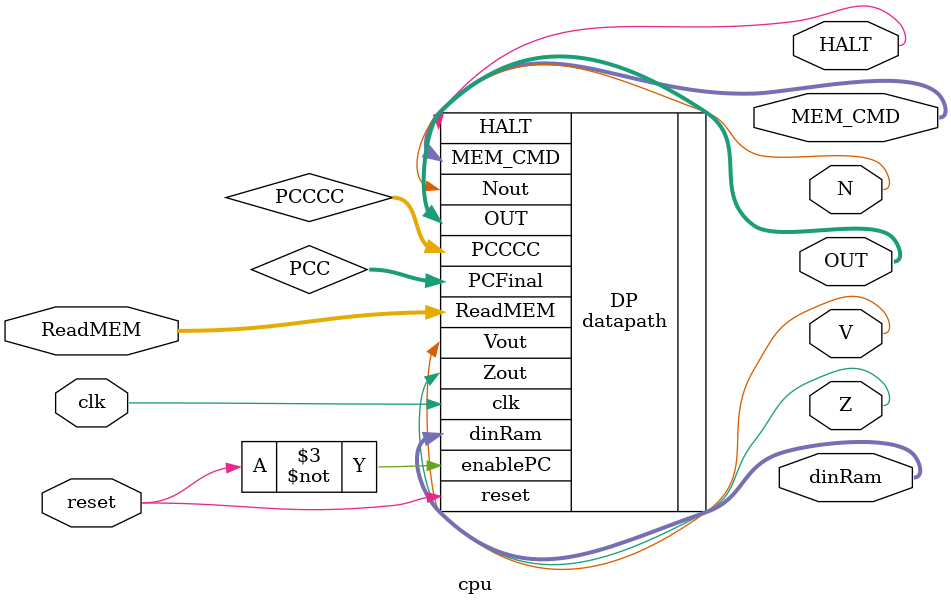
<source format=sv>
module cpu(clk, reset, OUT, N, V, Z, HALT, MEM_CMD, dinRam, ReadMEM);
    input clk, reset;
    input [15:0] ReadMEM; 
    output wire HALT;
    reg [8:0] PC; 
    wire [8:0] PCC, PCCCC;
    output wire [1:0] MEM_CMD;
    
    output wire [15:0] dinRam; 
    output wire  [15:0] OUT;
    output wire N, V, Z; 
    reg resetREM; 

    always_ff @(posedge clk) begin 
        resetREM <= reset;
    end

    always_comb begin
        if(reset) begin 
            PC = 9'd0; //accounts for offset of the pipeline timings 
        end else if(resetREM) begin 
            PC = 9'd0;
        end else begin 
            PC = PCCCC; //accounts for offset of the pipeline timings
        end
    end

    datapath DP(.clk(clk), .reset(reset), .enablePC(~reset), .Zout(Z), .Nout(N), .Vout(V), .OUT(OUT), .HALT(HALT), .PCFinal(PCC), .PCCCC(PCCCC), .MEM_CMD(MEM_CMD), .dinRam(dinRam), .ReadMEM(ReadMEM));

endmodule : cpu
</source>
